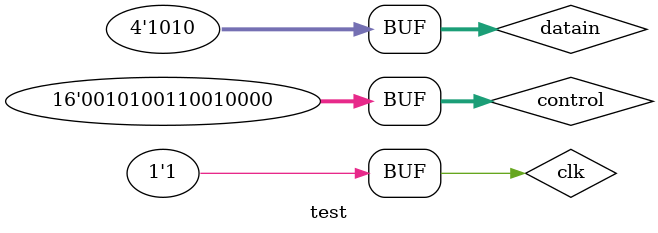
<source format=sv>
module test();

	logic clk;
	logic [15:0] control;
	logic [3:0]  datain, dataout;
	logic [3:0]  banderas;
	
datapath2 dat(clk, control, datain, banderas, dataput);

	initial begin //genera una funcion secuencial de lo que se declare dentro de el
		
		control = 16'b000_000_001_0000_000;
		datain  = 4'b0011;
	   clk = 0;	
		#10;
	   clk = 1;	
		#10;		
		
		control = 16'b001_000_010_0000_000;
		datain  = 4'b1010;
	   clk = 0;	
		#10;
	   clk = 1;	
		#10;	
	
		control = 16'b001_010_011_0010_000;
		datain  = 4'b1010;
	   clk = 0;	
		#10;
	   clk = 1;	
		#10;	
	end
	
endmodule 
	
</source>
